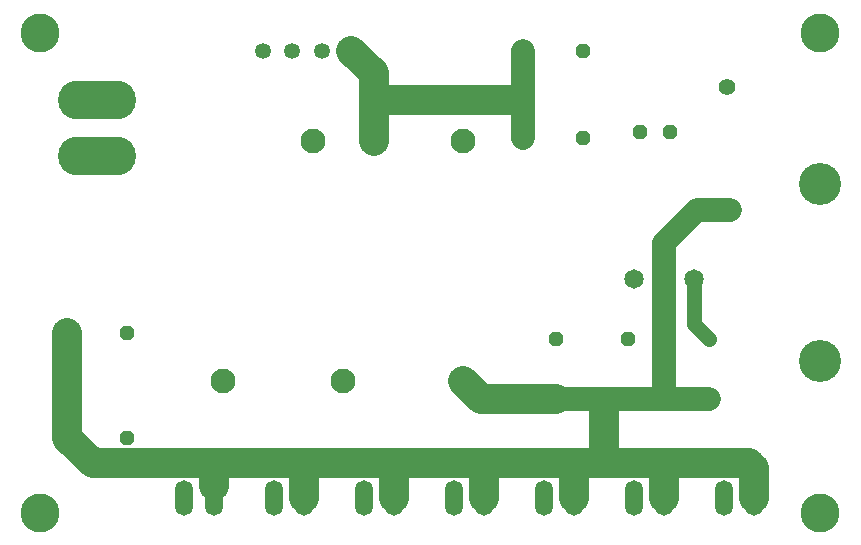
<source format=gbl>
G04*
G04 #@! TF.GenerationSoftware,Altium Limited,Altium Designer,18.1.11 (251)*
G04*
G04 Layer_Physical_Order=2*
G04 Layer_Color=16711680*
%FSLAX25Y25*%
%MOIN*%
G70*
G01*
G75*
%ADD12C,0.01000*%
%ADD30C,0.07874*%
%ADD31C,0.05000*%
%ADD33C,0.09843*%
%ADD35C,0.12992*%
%ADD36C,0.05512*%
%ADD37O,0.05906X0.11811*%
%ADD38P,0.05196X8X292.5*%
%ADD39P,0.05196X8X202.5*%
%ADD40C,0.08268*%
%ADD41O,0.25983X0.12992*%
%ADD42C,0.05315*%
%ADD43C,0.14000*%
%ADD44C,0.06500*%
%ADD45C,0.10000*%
D12*
X506427Y236427D02*
X508000Y234854D01*
D30*
X489000Y321000D02*
X500000D01*
X442000Y258000D02*
X466000D01*
X478000D02*
X493000D01*
X478000Y310000D02*
X489000Y321000D01*
X478000Y298000D02*
Y310000D01*
X431000Y345000D02*
Y374000D01*
X478000Y258000D02*
Y298000D01*
X466000Y258000D02*
X478000D01*
D31*
X326573Y236427D02*
X328000Y235000D01*
X477573Y236427D02*
X478000Y236000D01*
X488000Y283000D02*
Y298000D01*
Y283000D02*
X493000Y278000D01*
D33*
X279000Y245000D02*
X287573Y236427D01*
X326573D01*
X358000D01*
X458000D02*
X477573D01*
X447573D02*
X458000D01*
Y254000D01*
X508000Y225000D02*
Y234854D01*
X477573Y236427D02*
X506427D01*
X358000D02*
X447573D01*
X448000Y236000D01*
X358000Y225000D02*
Y236427D01*
X418000Y235000D02*
X418000Y235000D01*
Y225000D02*
Y235000D01*
X448000Y225000D02*
Y236000D01*
X381236Y357504D02*
X428000D01*
X381236D02*
Y366528D01*
Y344000D02*
Y357504D01*
X373764Y374000D02*
X381236Y366528D01*
X388000Y225000D02*
Y236000D01*
X328000Y229000D02*
Y235000D01*
X279000Y245000D02*
Y280000D01*
X478000Y225000D02*
Y236000D01*
D35*
X270000Y380000D02*
D03*
X530000Y220000D02*
D03*
Y380000D02*
D03*
X270000Y220000D02*
D03*
D36*
X499000Y362000D02*
D03*
Y322000D02*
D03*
D37*
X478000Y225000D02*
D03*
X468000D02*
D03*
X508000D02*
D03*
X498000D02*
D03*
X328000D02*
D03*
X318000D02*
D03*
X358000D02*
D03*
X348000D02*
D03*
X388000D02*
D03*
X378000D02*
D03*
X418000D02*
D03*
X408000D02*
D03*
X448000D02*
D03*
X438000D02*
D03*
D38*
X493000Y258000D02*
D03*
Y278000D02*
D03*
X466000Y258000D02*
D03*
Y278000D02*
D03*
X442000Y258000D02*
D03*
Y278000D02*
D03*
D39*
X279000Y245000D02*
D03*
X299000D02*
D03*
X431000Y374000D02*
D03*
X451000D02*
D03*
X279000Y280000D02*
D03*
X299000D02*
D03*
X431000Y345000D02*
D03*
X451000D02*
D03*
X470000Y347000D02*
D03*
X480000D02*
D03*
D40*
X330842Y264000D02*
D03*
X371000D02*
D03*
X411157D02*
D03*
X361157Y344000D02*
D03*
X381236D02*
D03*
X411157D02*
D03*
D41*
X289000Y357504D02*
D03*
Y339000D02*
D03*
D42*
X344236Y374000D02*
D03*
X354079D02*
D03*
X363921D02*
D03*
X373764D02*
D03*
D43*
X530000Y270500D02*
D03*
Y329500D02*
D03*
D44*
X478000Y298000D02*
D03*
X488000D02*
D03*
X468000D02*
D03*
D45*
X411157Y264000D02*
X417157Y258000D01*
X442000D01*
M02*

</source>
